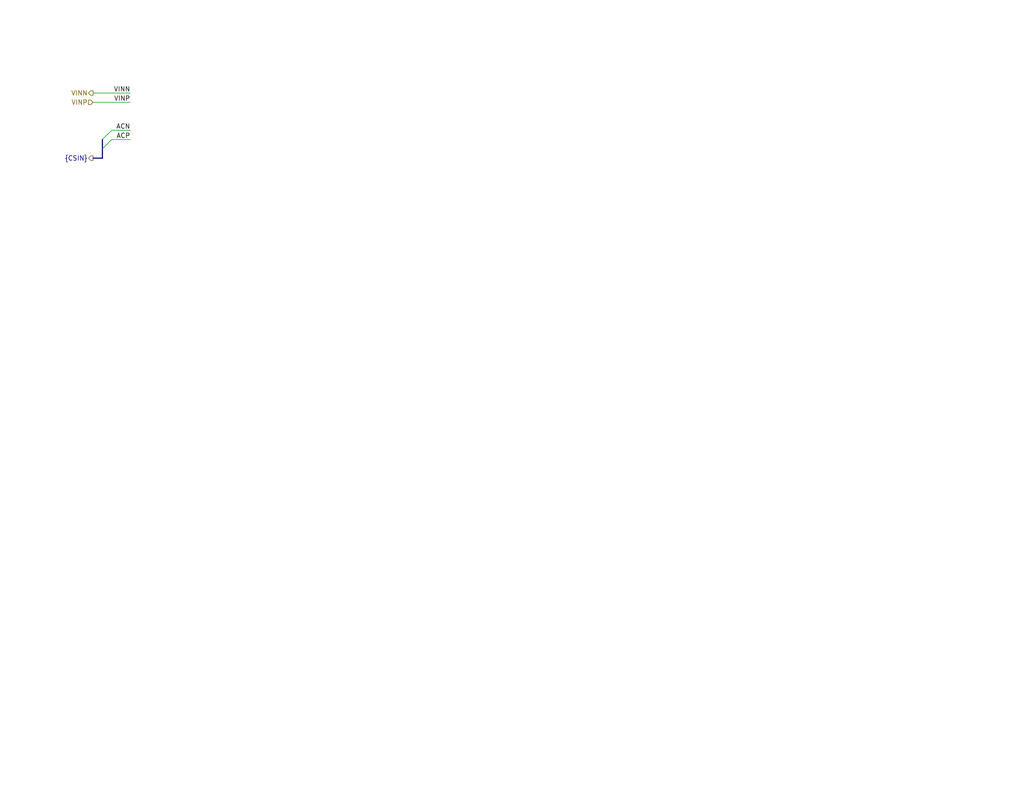
<source format=kicad_sch>
(kicad_sch
	(version 20250114)
	(generator "eeschema")
	(generator_version "9.0")
	(uuid "343a832a-d63e-4de9-bc30-ca737f82d8aa")
	(paper "USLetter")
	(title_block
		(title "I²C-PPS Input Filter and Sensor")
		(date "2026-02-21")
		(rev "1")
	)
	(lib_symbols)
	(bus_entry
		(at 30.48 35.56)
		(size -2.54 2.54)
		(stroke
			(width 0)
			(type default)
		)
		(uuid "3372032d-b90c-4a8c-98b7-1d1e606bb851")
	)
	(bus_entry
		(at 30.48 38.1)
		(size -2.54 2.54)
		(stroke
			(width 0)
			(type default)
		)
		(uuid "88535972-f4ea-4f40-ac9b-2f76b780f788")
	)
	(wire
		(pts
			(xy 30.48 38.1) (xy 35.56 38.1)
		)
		(stroke
			(width 0)
			(type default)
		)
		(uuid "3d882a68-df55-4bc9-bca3-9cfb1cf29a9b")
	)
	(bus
		(pts
			(xy 27.94 40.64) (xy 27.94 43.18)
		)
		(stroke
			(width 0)
			(type default)
		)
		(uuid "4dabcc04-d6a8-43fd-8c9b-d22b5b3dfa65")
	)
	(wire
		(pts
			(xy 25.4 25.4) (xy 35.56 25.4)
		)
		(stroke
			(width 0)
			(type default)
		)
		(uuid "5d8ae769-e262-4328-964b-062be8ecccef")
	)
	(wire
		(pts
			(xy 30.48 35.56) (xy 35.56 35.56)
		)
		(stroke
			(width 0)
			(type default)
		)
		(uuid "5e0b449d-b746-4b56-a24a-6090a146e6f9")
	)
	(bus
		(pts
			(xy 27.94 38.1) (xy 27.94 40.64)
		)
		(stroke
			(width 0)
			(type default)
		)
		(uuid "794f8a1b-9b7a-4af0-a3cb-77500acc3a89")
	)
	(wire
		(pts
			(xy 25.4 27.94) (xy 35.56 27.94)
		)
		(stroke
			(width 0)
			(type default)
		)
		(uuid "afc2ec51-c36e-47e8-b409-fd8f496b0d35")
	)
	(bus
		(pts
			(xy 25.4 43.18) (xy 27.94 43.18)
		)
		(stroke
			(width 0)
			(type default)
		)
		(uuid "bbfa727b-7707-4ab8-ad94-fb838b05f116")
	)
	(label "VINP"
		(at 35.56 27.94 180)
		(effects
			(font
				(size 1.27 1.27)
			)
			(justify right bottom)
		)
		(uuid "6895ec77-2437-49ea-a5bd-385a2982d85c")
	)
	(label "VINN"
		(at 35.56 25.4 180)
		(effects
			(font
				(size 1.27 1.27)
			)
			(justify right bottom)
		)
		(uuid "76ad6f60-f531-4f0a-a7ee-c88826308fe2")
	)
	(label "ACN"
		(at 35.56 35.56 180)
		(effects
			(font
				(size 1.27 1.27)
			)
			(justify right bottom)
		)
		(uuid "e34f56d2-ae87-473e-945c-28b46b3095d5")
	)
	(label "ACP"
		(at 35.56 38.1 180)
		(effects
			(font
				(size 1.27 1.27)
			)
			(justify right bottom)
		)
		(uuid "ebe1e631-58c0-4866-ac47-8d6392741d88")
	)
	(hierarchical_label "{CSIN}"
		(shape output)
		(at 25.4 43.18 180)
		(effects
			(font
				(size 1.27 1.27)
			)
			(justify right)
		)
		(uuid "39f3ae7f-a405-46bf-ae11-35ec909b5286")
	)
	(hierarchical_label "VINN"
		(shape output)
		(at 25.4 25.4 180)
		(effects
			(font
				(size 1.27 1.27)
			)
			(justify right)
		)
		(uuid "ba23122c-35cc-4dff-b1a2-8a401c1ab92e")
	)
	(hierarchical_label "VINP"
		(shape input)
		(at 25.4 27.94 180)
		(effects
			(font
				(size 1.27 1.27)
			)
			(justify right)
		)
		(uuid "c28ca932-38b4-465d-a413-3fd7d1a92087")
	)
)

</source>
